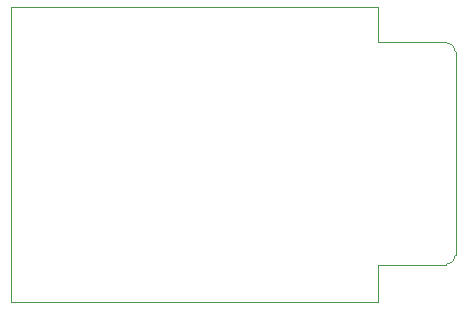
<source format=gbr>
%TF.GenerationSoftware,KiCad,Pcbnew,8.0.3*%
%TF.CreationDate,2024-06-25T07:20:22+02:00*%
%TF.ProjectId,BLESEN,424c4553-454e-42e6-9b69-6361645f7063,rev?*%
%TF.SameCoordinates,Original*%
%TF.FileFunction,Profile,NP*%
%FSLAX46Y46*%
G04 Gerber Fmt 4.6, Leading zero omitted, Abs format (unit mm)*
G04 Created by KiCad (PCBNEW 8.0.3) date 2024-06-25 07:20:22*
%MOMM*%
%LPD*%
G01*
G04 APERTURE LIST*
%TA.AperFunction,Profile*%
%ADD10C,0.050000*%
%TD*%
G04 APERTURE END LIST*
D10*
X159000000Y-98800000D02*
X159000000Y-99000000D01*
X159000000Y-79000000D02*
X159000000Y-77000000D01*
X159000000Y-102000000D02*
X159000000Y-100000000D01*
X164800000Y-80000000D02*
G75*
G02*
X165600000Y-80800000I0J-800000D01*
G01*
X159000000Y-98800000D02*
X164800000Y-98800000D01*
X159000000Y-100000000D02*
X159000000Y-99000000D01*
X159000000Y-80000000D02*
X164800000Y-80000000D01*
X128000000Y-102000000D02*
X159000000Y-102000000D01*
X165600000Y-98000000D02*
X165600000Y-80800000D01*
X165600000Y-98000000D02*
G75*
G02*
X164800000Y-98800000I-800000J0D01*
G01*
X159000000Y-79000000D02*
X159000000Y-80000000D01*
X128000000Y-102000000D02*
X128000000Y-77000000D01*
X128000000Y-77000000D02*
X159000000Y-77000000D01*
M02*

</source>
